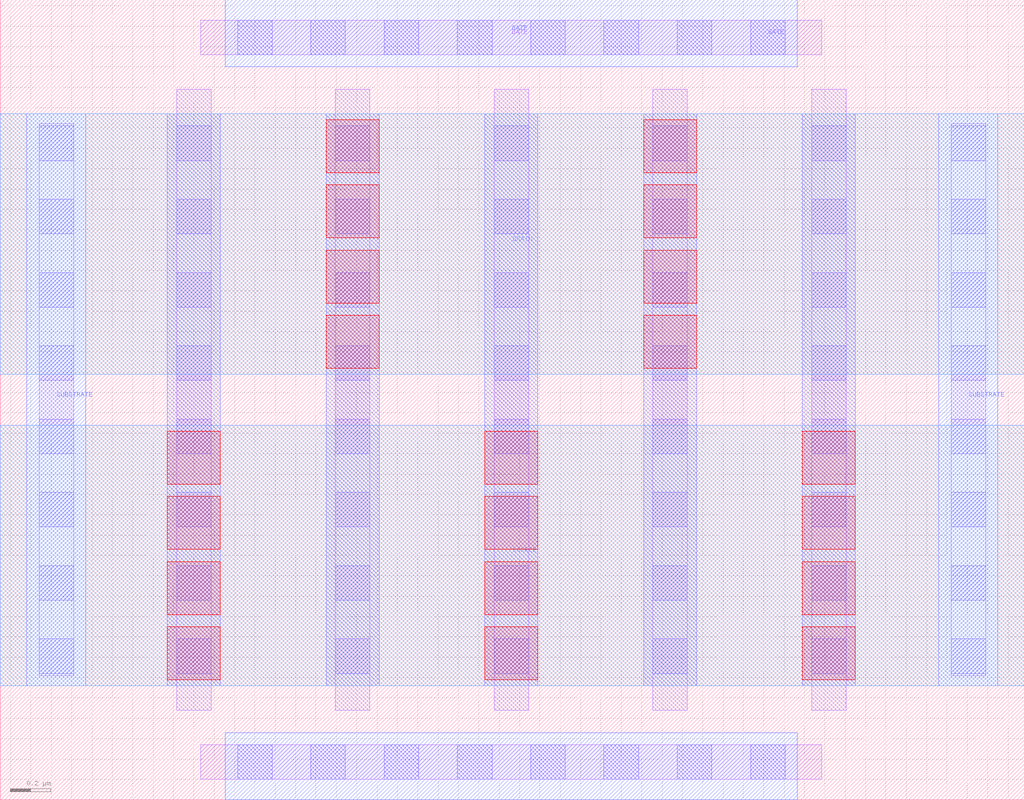
<source format=lef>
# Copyright 2020 The SkyWater PDK Authors
#
# Licensed under the Apache License, Version 2.0 (the "License");
# you may not use this file except in compliance with the License.
# You may obtain a copy of the License at
#
#     https://www.apache.org/licenses/LICENSE-2.0
#
# Unless required by applicable law or agreed to in writing, software
# distributed under the License is distributed on an "AS IS" BASIS,
# WITHOUT WARRANTIES OR CONDITIONS OF ANY KIND, either express or implied.
# See the License for the specific language governing permissions and
# limitations under the License.
#
# SPDX-License-Identifier: Apache-2.0

VERSION 5.7 ;
  NOWIREEXTENSIONATPIN ON ;
  DIVIDERCHAR "/" ;
  BUSBITCHARS "[]" ;
MACRO sky130_fd_pr__rf_nfet_g5v0d10v5_aM04W3p00L0p50
  CLASS BLOCK ;
  FOREIGN sky130_fd_pr__rf_nfet_g5v0d10v5_aM04W3p00L0p50 ;
  ORIGIN -0.050000  0.000000 ;
  SIZE  5.030000 BY  3.930000 ;
  PIN DRAIN
    ANTENNADIFFAREA  1.685600 ;
    PORT
      LAYER met2 ;
        RECT 0.050000 2.090000 5.080000 3.370000 ;
    END
  END DRAIN
  PIN GATE
    ANTENNAGATEAREA  6.020000 ;
    PORT
      LAYER li1 ;
        RECT 1.035000 0.100000 4.085000 0.270000 ;
        RECT 1.035000 3.660000 4.085000 3.830000 ;
      LAYER mcon ;
        RECT 1.215000 0.100000 1.385000 0.270000 ;
        RECT 1.215000 3.660000 1.385000 3.830000 ;
        RECT 1.575000 0.100000 1.745000 0.270000 ;
        RECT 1.575000 3.660000 1.745000 3.830000 ;
        RECT 1.935000 0.100000 2.105000 0.270000 ;
        RECT 1.935000 3.660000 2.105000 3.830000 ;
        RECT 2.295000 0.100000 2.465000 0.270000 ;
        RECT 2.295000 3.660000 2.465000 3.830000 ;
        RECT 2.655000 0.100000 2.825000 0.270000 ;
        RECT 2.655000 3.660000 2.825000 3.830000 ;
        RECT 3.015000 0.100000 3.185000 0.270000 ;
        RECT 3.015000 3.660000 3.185000 3.830000 ;
        RECT 3.375000 0.100000 3.545000 0.270000 ;
        RECT 3.375000 3.660000 3.545000 3.830000 ;
        RECT 3.735000 0.100000 3.905000 0.270000 ;
        RECT 3.735000 3.660000 3.905000 3.830000 ;
    END
    PORT
      LAYER met1 ;
        RECT 1.155000 0.000000 3.965000 0.330000 ;
        RECT 1.155000 3.600000 3.965000 3.930000 ;
    END
  END GATE
  PIN SOURCE
    ANTENNADIFFAREA  2.528400 ;
    PORT
      LAYER met2 ;
        RECT 0.050000 0.560000 5.080000 1.840000 ;
    END
  END SOURCE
  PIN SUBSTRATE
    ANTENNADIFFAREA  0.872900 ;
    PORT
      LAYER met1 ;
        RECT 0.180000 0.560000 0.470000 3.370000 ;
    END
    PORT
      LAYER met1 ;
        RECT 4.660000 0.560000 4.950000 3.370000 ;
    END
  END SUBSTRATE
  OBS
    LAYER li1 ;
      RECT 0.240000 0.610000 0.410000 3.320000 ;
      RECT 0.915000 0.440000 1.085000 3.490000 ;
      RECT 1.695000 0.440000 1.865000 3.490000 ;
      RECT 2.475000 0.440000 2.645000 3.490000 ;
      RECT 3.255000 0.440000 3.425000 3.490000 ;
      RECT 4.035000 0.440000 4.205000 3.490000 ;
      RECT 4.720000 0.610000 4.890000 3.320000 ;
    LAYER mcon ;
      RECT 0.240000 0.620000 0.410000 0.790000 ;
      RECT 0.240000 0.980000 0.410000 1.150000 ;
      RECT 0.240000 1.340000 0.410000 1.510000 ;
      RECT 0.240000 1.700000 0.410000 1.870000 ;
      RECT 0.240000 2.060000 0.410000 2.230000 ;
      RECT 0.240000 2.420000 0.410000 2.590000 ;
      RECT 0.240000 2.780000 0.410000 2.950000 ;
      RECT 0.240000 3.140000 0.410000 3.310000 ;
      RECT 0.915000 0.620000 1.085000 0.790000 ;
      RECT 0.915000 0.980000 1.085000 1.150000 ;
      RECT 0.915000 1.340000 1.085000 1.510000 ;
      RECT 0.915000 1.700000 1.085000 1.870000 ;
      RECT 0.915000 2.060000 1.085000 2.230000 ;
      RECT 0.915000 2.420000 1.085000 2.590000 ;
      RECT 0.915000 2.780000 1.085000 2.950000 ;
      RECT 0.915000 3.140000 1.085000 3.310000 ;
      RECT 1.695000 0.620000 1.865000 0.790000 ;
      RECT 1.695000 0.980000 1.865000 1.150000 ;
      RECT 1.695000 1.340000 1.865000 1.510000 ;
      RECT 1.695000 1.700000 1.865000 1.870000 ;
      RECT 1.695000 2.060000 1.865000 2.230000 ;
      RECT 1.695000 2.420000 1.865000 2.590000 ;
      RECT 1.695000 2.780000 1.865000 2.950000 ;
      RECT 1.695000 3.140000 1.865000 3.310000 ;
      RECT 2.475000 0.620000 2.645000 0.790000 ;
      RECT 2.475000 0.980000 2.645000 1.150000 ;
      RECT 2.475000 1.340000 2.645000 1.510000 ;
      RECT 2.475000 1.700000 2.645000 1.870000 ;
      RECT 2.475000 2.060000 2.645000 2.230000 ;
      RECT 2.475000 2.420000 2.645000 2.590000 ;
      RECT 2.475000 2.780000 2.645000 2.950000 ;
      RECT 2.475000 3.140000 2.645000 3.310000 ;
      RECT 3.255000 0.620000 3.425000 0.790000 ;
      RECT 3.255000 0.980000 3.425000 1.150000 ;
      RECT 3.255000 1.340000 3.425000 1.510000 ;
      RECT 3.255000 1.700000 3.425000 1.870000 ;
      RECT 3.255000 2.060000 3.425000 2.230000 ;
      RECT 3.255000 2.420000 3.425000 2.590000 ;
      RECT 3.255000 2.780000 3.425000 2.950000 ;
      RECT 3.255000 3.140000 3.425000 3.310000 ;
      RECT 4.035000 0.620000 4.205000 0.790000 ;
      RECT 4.035000 0.980000 4.205000 1.150000 ;
      RECT 4.035000 1.340000 4.205000 1.510000 ;
      RECT 4.035000 1.700000 4.205000 1.870000 ;
      RECT 4.035000 2.060000 4.205000 2.230000 ;
      RECT 4.035000 2.420000 4.205000 2.590000 ;
      RECT 4.035000 2.780000 4.205000 2.950000 ;
      RECT 4.035000 3.140000 4.205000 3.310000 ;
      RECT 4.720000 0.620000 4.890000 0.790000 ;
      RECT 4.720000 0.980000 4.890000 1.150000 ;
      RECT 4.720000 1.340000 4.890000 1.510000 ;
      RECT 4.720000 1.700000 4.890000 1.870000 ;
      RECT 4.720000 2.060000 4.890000 2.230000 ;
      RECT 4.720000 2.420000 4.890000 2.590000 ;
      RECT 4.720000 2.780000 4.890000 2.950000 ;
      RECT 4.720000 3.140000 4.890000 3.310000 ;
    LAYER met1 ;
      RECT 0.870000 0.560000 1.130000 3.370000 ;
      RECT 1.650000 0.560000 1.910000 3.370000 ;
      RECT 2.430000 0.560000 2.690000 3.370000 ;
      RECT 3.210000 0.560000 3.470000 3.370000 ;
      RECT 3.990000 0.560000 4.250000 3.370000 ;
    LAYER via ;
      RECT 0.870000 0.590000 1.130000 0.850000 ;
      RECT 0.870000 0.910000 1.130000 1.170000 ;
      RECT 0.870000 1.230000 1.130000 1.490000 ;
      RECT 0.870000 1.550000 1.130000 1.810000 ;
      RECT 1.650000 2.120000 1.910000 2.380000 ;
      RECT 1.650000 2.440000 1.910000 2.700000 ;
      RECT 1.650000 2.760000 1.910000 3.020000 ;
      RECT 1.650000 3.080000 1.910000 3.340000 ;
      RECT 2.430000 0.590000 2.690000 0.850000 ;
      RECT 2.430000 0.910000 2.690000 1.170000 ;
      RECT 2.430000 1.230000 2.690000 1.490000 ;
      RECT 2.430000 1.550000 2.690000 1.810000 ;
      RECT 3.210000 2.120000 3.470000 2.380000 ;
      RECT 3.210000 2.440000 3.470000 2.700000 ;
      RECT 3.210000 2.760000 3.470000 3.020000 ;
      RECT 3.210000 3.080000 3.470000 3.340000 ;
      RECT 3.990000 0.590000 4.250000 0.850000 ;
      RECT 3.990000 0.910000 4.250000 1.170000 ;
      RECT 3.990000 1.230000 4.250000 1.490000 ;
      RECT 3.990000 1.550000 4.250000 1.810000 ;
  END
END sky130_fd_pr__rf_nfet_g5v0d10v5_aM04W3p00L0p50
END LIBRARY

</source>
